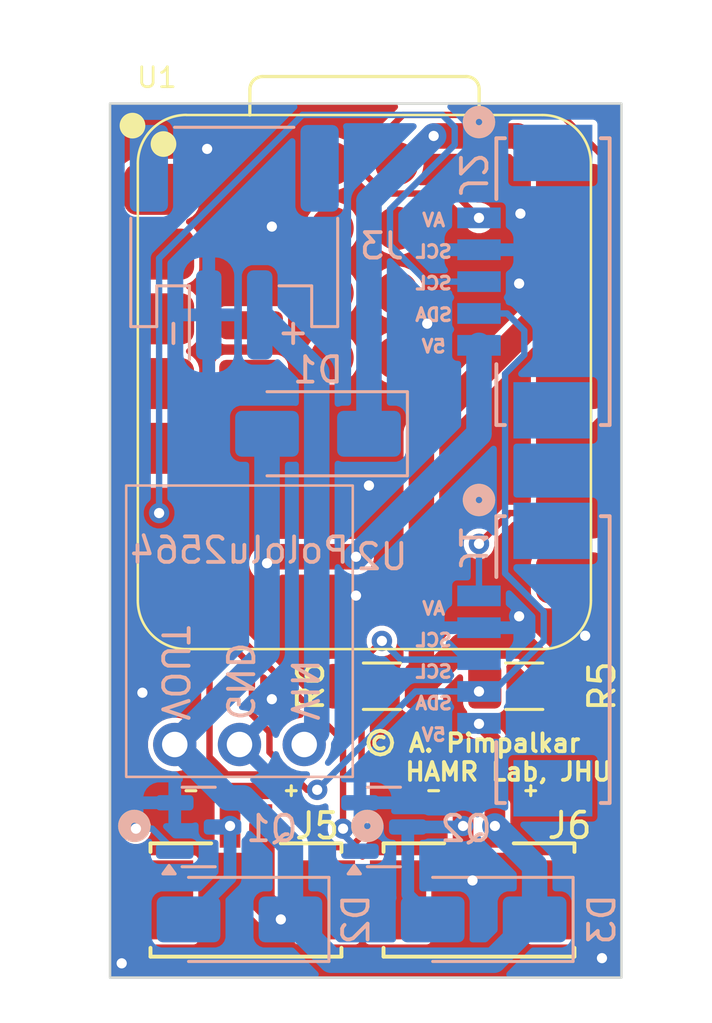
<source format=kicad_pcb>
(kicad_pcb (version 20241229) (generator "pcbnew") (generator_version "9.0")
  (layers (0 "F.Cu" signal) (2 "B.Cu" signal) (13 "F.Paste" user) (15 "B.Paste" user) (5 "F.SilkS" user "F.Silkscreen") (7 "B.SilkS" user "B.Silkscreen") (1 "F.Mask" user) (3 "B.Mask" user) (25 "Edge.Cuts" user))
  (net 0 "")
  (net 1 "5V")
  (net 2 "Net-(D3-A)")
  (net 3 "P1_A")
  (net 4 "GND")
  (net 5 "P2_A")
  (net 6 "V1")
  (net 7 "V2")
  (net 11 "SDA")
  (net 12 "SCL")
  (net 15 "3V3")
  (net 16 "Net-(D1-K)")
  (net 17 "Net-(D2-A)")
  (net 24 "BATTERY")
  (footprint "XIAO-ESP32S3:XIAO-ESP32S3-SMD" (layer "F.Cu") (at 40.212864 64.2785)
    (property "Reference" "U1" (at -9 -11.5 0) (layer "F.SilkS") (effects (font (size 0.78232 0.78232) (thickness 0.10668)) (justify left bottom)))
    (property "Value" "SeeeduinoXIAO")
    (fp_line (start -8.896364 8.56) (end -8.896364 -8.585) (stroke (width 0.1)) (layer "F.SilkS"))
    (fp_line (start -6.991364 10.465) (end 6.978636 10.465) (stroke (width 0.1)) (layer "F.SilkS"))
    (fp_line (start -4.501364 -10.49) (end -4.497636 -11.500272) (stroke (width 0.127)) (layer "F.SilkS"))
    (fp_line (start -3.997636 -12) (end 3.997636 -12) (stroke (width 0.127)) (layer "F.SilkS"))
    (fp_line (start 4.497636 -11.5) (end 4.497636 -10.49) (stroke (width 0.127)) (layer "F.SilkS"))
    (fp_line (start 6.978636 -10.49) (end -6.991364 -10.49) (stroke (width 0.1)) (layer "F.SilkS"))
    (fp_line (start 8.883636 8.56) (end 8.883636 -8.585) (stroke (width 0.1)) (layer "F.SilkS"))
    (fp_arc (start -8.896364 -8.589) (mid -8.338402 -9.936038) (end -6.991364 -10.494) (stroke (width 0.1)) (layer "F.SilkS"))
    (fp_arc (start -6.991364 10.465) (mid -8.338402 9.907038) (end -8.896364 8.56) (stroke (width 0.1)) (layer "F.SilkS"))
    (fp_arc (start -4.497636 -11.500272) (mid -4.351088 -11.853644) (end -3.997636 -12) (stroke (width 0.127)) (layer "F.SilkS"))
    (fp_arc (start 3.997636 -12) (mid 4.351189 -11.853553) (end 4.497636 -11.5) (stroke (width 0.127)) (layer "F.SilkS"))
    (fp_arc (start 6.978636 -10.49) (mid 8.325674 -9.932038) (end 8.883636 -8.585) (stroke (width 0.1)) (layer "F.SilkS"))
    (fp_arc (start 8.883636 8.56) (mid 8.325674 9.907038) (end 6.978636 10.465) (stroke (width 0.1)) (layer "F.SilkS"))
    (fp_circle (center -9.106364 -10.074) (end -9.106364 -10.328) (stroke (width 0.5)) (fill yes) (layer "F.SilkS"))
    (fp_circle (center -7.889364 -9.351) (end -7.889364 -9.605) (stroke (width 0.5)) (fill yes) (layer "F.SilkS"))
    (pad "1" smd roundrect (at -8.061364 -7.573) (size 2.75 2) (layers "F.Cu" "F.Mask" "F.Paste"))
    (pad "2" smd roundrect (at -8.061364 -5.033) (size 2.75 2) (layers "F.Cu" "F.Mask" "F.Paste"))
    (pad "3" smd roundrect (at -8.061364 -2.493) (size 2.75 2) (layers "F.Cu" "F.Mask" "F.Paste") (net 6 "V1"))
    (pad "4" smd roundrect (at -8.061364 0.047) (size 2.75 2) (layers "F.Cu" "F.Mask" "F.Paste") (net 7 "V2"))
    (pad "5" smd roundrect (at -8.061364 2.587) (size 2.75 2) (layers "F.Cu" "F.Mask" "F.Paste") (net 11 "SDA"))
    (pad "6" smd roundrect (at -8.061364 5.127) (size 2.75 2) (layers "F.Cu" "F.Mask" "F.Paste") (net 12 "SCL"))
    (pad "7" smd roundrect (at -8.061364 7.667) (size 2.75 2) (layers "F.Cu" "F.Mask" "F.Paste"))
    (pad "8" smd roundrect (at 8.103636 7.667) (size 2.75 2) (layers "F.Cu" "F.Mask" "F.Paste"))
    (pad "9" smd roundrect (at 8.103636 5.127) (size 2.75 2) (layers "F.Cu" "F.Mask" "F.Paste") (net 3 "P1_A"))
    (pad "10" smd roundrect (at 8.103636 2.587) (size 2.75 2) (layers "F.Cu" "F.Mask" "F.Paste") (net 5 "P2_A"))
    (pad "11" smd roundrect (at 8.103636 0.047) (size 2.75 2) (layers "F.Cu" "F.Mask" "F.Paste"))
    (pad "12" smd roundrect (at 8.103636 -2.493) (size 2.75 2) (layers "F.Cu" "F.Mask" "F.Paste") (net 15 "3V3"))
    (pad "13" smd roundrect (at 8.103636 -5.033) (size 2.75 2) (layers "F.Cu" "F.Mask" "F.Paste") (net 4 "GND"))
    (pad "14" smd roundrect (at 8.103636 -7.573) (size 2.75 2) (layers "F.Cu" "F.Mask" "F.Paste") (net 16 "Net-(D1-K)"))
    (pad "15" smd roundrect (at -4.451364 -0.335 180) (size 2.5 1.1) (layers "F.Cu" "F.Mask" "F.Paste"))
    (pad "16" smd roundrect (at -4.451364 -2.24 180) (size 2.5 1.1) (layers "F.Cu" "F.Mask" "F.Paste"))
    (pad "17" smd circle (at -1.276364 -8.585) (size 1.7 1.7) (layers "F.Cu" "F.Mask" "F.Paste"))
    (pad "18" smd circle (at 1.263636 -8.585) (size 1.7 1.7) (layers "F.Cu" "F.Mask" "F.Paste"))
    (pad "19" smd circle (at -1.276364 -6.045) (size 1.7 1.7) (layers "F.Cu" "F.Mask" "F.Paste"))
    (pad "20" smd circle (at 1.263636 -6.045) (size 1.7 1.7) (layers "F.Cu" "F.Mask" "F.Paste"))
    (pad "21" smd circle (at -1.276364 -3.505) (size 1.7 1.7) (layers "F.Cu" "F.Mask" "F.Paste"))
    (pad "22" smd circle (at 1.263636 -3.505) (size 1.7 1.7) (layers "F.Cu" "F.Mask" "F.Paste"))
    (pad "23" smd circle (at -1.276364 -0.965) (size 1.7 1.7) (layers "F.Cu" "F.Mask" "F.Paste"))
    (pad "24" smd circle (at 1.263636 -0.965) (size 1.7 1.7) (layers "F.Cu" "F.Mask" "F.Paste"))
  )
  (footprint "Pneumatactors:CONN_532610001-SD_02_MOL" (layer "F.Cu") (at 35.56 84.586501 180)
    (property "Reference" "J5" (at -2.794 2.9045 0) (layer "F.SilkS"))
    (property "Value" "Valve_1")
    (fp_line (start 3.7465 2.2225) (end 3.7465 1.886641) (stroke (width 0.1524)) (layer "F.SilkS"))
    (fp_line (start 3.7465 -1.877639) (end 3.7465 -2.2225) (stroke (width 0.1524)) (layer "F.SilkS"))
    (fp_line (start 3.7465 -2.2225) (end -3.7465 -2.2225) (stroke (width 0.1524)) (layer "F.SilkS"))
    (fp_line (start 1.36414 2.2225) (end 3.7465 2.2225) (stroke (width 0.1524)) (layer "F.SilkS"))
    (fp_line (start -3.7465 2.2225) (end -1.36414 2.2225) (stroke (width 0.1524)) (layer "F.SilkS"))
    (fp_line (start -3.7465 1.886641) (end -3.7465 2.2225) (stroke (width 0.1524)) (layer "F.SilkS"))
    (fp_line (start -3.7465 -2.2225) (end -3.7465 -1.877639) (stroke (width 0.1524)) (layer "F.SilkS"))
    (fp_circle (center 4.3815 2.9045) (end 4.7625 2.9045) (stroke (width 0.508)) (fill no) (layer "F.SilkS"))
    (fp_circle (center 4.3815 2.9045) (end 4.7625 2.9045) (stroke (width 0.508)) (fill no) (layer "B.SilkS"))
    (pad "1" smd rect (at 0.625 2.9045 180) (size 0.8128 1.7018) (layers "F.Cu" "F.Mask" "F.Paste") (net 17 "Net-(D2-A)"))
    (pad "2" smd rect (at -0.625 2.9045 180) (size 0.8128 1.7018) (layers "F.Cu" "F.Mask" "F.Paste") (net 1 "5V"))
    (pad "3" smd rect (at -3.175 0.004501 180) (size 2.2098 3.0988) (layers "F.Cu" "F.Mask" "F.Paste"))
    (pad "4" smd rect (at 3.175 0.004501 180) (size 2.2098 3.0988) (layers "F.Cu" "F.Mask" "F.Paste"))
  )
  (footprint "Resistor_SMD:R_1206_3216Metric_Pad1.30x1.75mm_HandSolder" (layer "F.Cu") (at 46.482 76.2)
    (property "Reference" "R5" (at 3.048 0 270) (layer "F.SilkS"))
    (property "Value" "10k")
    (fp_line (start -0.727064 -0.91) (end 0.727064 -0.91) (stroke (width 0.12)) (layer "F.SilkS"))
    (fp_line (start -0.727064 0.91) (end 0.727064 0.91) (stroke (width 0.12)) (layer "F.SilkS"))
    (pad "1" smd roundrect (at -1.55 0) (size 1.3 1.75) (layers "F.Cu" "F.Mask" "F.Paste") (roundrect_rratio 0.192308) (net 11 "SDA"))
    (pad "2" smd roundrect (at 1.55 0) (size 1.3 1.75) (layers "F.Cu" "F.Mask" "F.Paste") (roundrect_rratio 0.192308) (net 15 "3V3"))
  )
  (footprint "Resistor_SMD:R_1206_3216Metric_Pad1.30x1.75mm_HandSolder" (layer "F.Cu") (at 40.894 76.2)
    (property "Reference" "R6" (at -2.794 0 270) (layer "F.SilkS"))
    (property "Value" "10k")
    (fp_line (start -0.727064 -0.91) (end 0.727064 -0.91) (stroke (width 0.12)) (layer "F.SilkS"))
    (fp_line (start -0.727064 0.91) (end 0.727064 0.91) (stroke (width 0.12)) (layer "F.SilkS"))
    (pad "1" smd roundrect (at -1.55 0) (size 1.3 1.75) (layers "F.Cu" "F.Mask" "F.Paste") (roundrect_rratio 0.192308) (net 12 "SCL"))
    (pad "2" smd roundrect (at 1.55 0) (size 1.3 1.75) (layers "F.Cu" "F.Mask" "F.Paste") (roundrect_rratio 0.192308) (net 15 "3V3"))
  )
  (footprint "Pneumatactors:CONN_532610001-SD_02_MOL" (layer "F.Cu") (at 44.704 84.586501 180)
    (property "Reference" "J6" (at -3.556 2.921 0) (layer "F.SilkS"))
    (property "Value" "Valve_2")
    (fp_line (start 3.7465 2.2225) (end 3.7465 1.886641) (stroke (width 0.1524)) (layer "F.SilkS"))
    (fp_line (start 3.7465 -1.877639) (end 3.7465 -2.2225) (stroke (width 0.1524)) (layer "F.SilkS"))
    (fp_line (start 3.7465 -2.2225) (end -3.7465 -2.2225) (stroke (width 0.1524)) (layer "F.SilkS"))
    (fp_line (start 1.36414 2.2225) (end 3.7465 2.2225) (stroke (width 0.1524)) (layer "F.SilkS"))
    (fp_line (start -3.7465 2.2225) (end -1.36414 2.2225) (stroke (width 0.1524)) (layer "F.SilkS"))
    (fp_line (start -3.7465 1.886641) (end -3.7465 2.2225) (stroke (width 0.1524)) (layer "F.SilkS"))
    (fp_line (start -3.7465 -2.2225) (end -3.7465 -1.877639) (stroke (width 0.1524)) (layer "F.SilkS"))
    (fp_circle (center 4.3815 2.9045) (end 4.7625 2.9045) (stroke (width 0.508)) (fill no) (layer "F.SilkS"))
    (fp_circle (center 4.3815 2.9045) (end 4.7625 2.9045) (stroke (width 0.508)) (fill no) (layer "B.SilkS"))
    (pad "1" smd rect (at 0.625 2.9045 180) (size 0.8128 1.7018) (layers "F.Cu" "F.Mask" "F.Paste") (net 2 "Net-(D3-A)"))
    (pad "2" smd rect (at -0.625 2.9045 180) (size 0.8128 1.7018) (layers "F.Cu" "F.Mask" "F.Paste") (net 1 "5V"))
    (pad "3" smd rect (at -3.175 0.004501 180) (size 2.2098 3.0988) (layers "F.Cu" "F.Mask" "F.Paste"))
    (pad "4" smd rect (at 3.175 0.004501 180) (size 2.2098 3.0988) (layers "F.Cu" "F.Mask" "F.Paste"))
  )
  (footprint "Diode_SMD:D_SMA" (layer "B.Cu") (at 35.306 85.348501 180)
    (property "Reference" "D2" (at -4.572 0 270) (layer "B.SilkS") (effects (justify mirror)))
    (property "Value" "1N5819")
    (fp_line (start -3.51 1.65) (end 2 1.65) (stroke (width 0.12)) (layer "B.SilkS"))
    (fp_line (start -3.51 1.65) (end -3.51 -1.65) (stroke (width 0.12)) (layer "B.SilkS"))
    (fp_line (start -3.51 -1.65) (end 2 -1.65) (stroke (width 0.12)) (layer "B.SilkS"))
    (pad "1" smd roundrect (at -2 0 180) (size 2.5 1.8) (layers "B.Cu" "B.Mask" "B.Paste") (roundrect_rratio 0.1388888889) (net 1 "5V"))
    (pad "2" smd roundrect (at 2 0 180) (size 2.5 1.8) (layers "B.Cu" "B.Mask" "B.Paste") (roundrect_rratio 0.1388888889) (net 17 "Net-(D2-A)"))
  )
  (footprint "Diode_SMD:D_SMA" (layer "B.Cu") (at 38.386 66.294 180)
    (property "Reference" "D1" (at 0 2.5 0) (layer "B.SilkS") (effects (justify mirror)))
    (property "Value" "1N5819")
    (fp_line (start -3.51 1.65) (end 2 1.65) (stroke (width 0.12)) (layer "B.SilkS"))
    (fp_line (start -3.51 1.65) (end -3.51 -1.65) (stroke (width 0.12)) (layer "B.SilkS"))
    (fp_line (start -3.51 -1.65) (end 2 -1.65) (stroke (width 0.12)) (layer "B.SilkS"))
    (pad "1" smd roundrect (at -2 0 180) (size 2.5 1.8) (layers "B.Cu" "B.Mask" "B.Paste") (roundrect_rratio 0.1388888889) (net 16 "Net-(D1-K)"))
    (pad "2" smd roundrect (at 2 0 180) (size 2.5 1.8) (layers "B.Cu" "B.Mask" "B.Paste") (roundrect_rratio 0.1388888889) (net 1 "5V"))
  )
  (footprint "Connector_JST:JST_PH_S2B-PH-SM4-TB_1x02-1MP_P2.00mm_Horizontal" (layer "B.Cu") (at 35.1 58.78)
    (property "Reference" "J3" (at 5.794 0.148 180) (layer "B.SilkS") (effects (justify mirror)))
    (property "Value" "Conn_01x02_Pin")
    (fp_line (start -4.06 -0.94) (end -4.06 3.31) (stroke (width 0.12)) (layer "B.SilkS"))
    (fp_line (start -4.06 3.31) (end -3.04 3.31) (stroke (width 0.12)) (layer "B.SilkS"))
    (fp_line (start -3.04 1.71) (end -1.76 1.71) (stroke (width 0.12)) (layer "B.SilkS"))
    (fp_line (start -3.04 3.31) (end -3.04 1.71) (stroke (width 0.12)) (layer "B.SilkS"))
    (fp_line (start -2.34 -4.51) (end 2.34 -4.51) (stroke (width 0.12)) (layer "B.SilkS"))
    (fp_line (start -1.76 1.71) (end -1.76 4.6) (stroke (width 0.12)) (layer "B.SilkS"))
    (fp_line (start 3.04 1.71) (end 1.76 1.71) (stroke (width 0.12)) (layer "B.SilkS"))
    (fp_line (start 3.04 3.31) (end 3.04 1.71) (stroke (width 0.12)) (layer "B.SilkS"))
    (fp_line (start 4.06 -0.94) (end 4.06 3.31) (stroke (width 0.12)) (layer "B.SilkS"))
    (fp_line (start 4.06 3.31) (end 3.04 3.31) (stroke (width 0.12)) (layer "B.SilkS"))
    (pad "1" smd roundrect (at -1 2.85) (size 1 3.5) (layers "B.Cu" "B.Mask" "B.Paste") (net 4 "GND"))
    (pad "2" smd roundrect (at 1 2.85) (size 1 3.5) (layers "B.Cu" "B.Mask" "B.Paste") (net 24 "BATTERY"))
    (pad "MP" smd roundrect (at -3.35 -2.9) (size 1.5 3.4) (layers "B.Cu" "B.Mask" "B.Paste") (roundrect_rratio 0.166667))
    (pad "MP" smd roundrect (at 3.35 -2.9) (size 1.5 3.4) (layers "B.Cu" "B.Mask" "B.Paste") (roundrect_rratio 0.166667))
  )
  (footprint "Pneumatactors:CONN_532610001-SD_05_MOL" (layer "B.Cu") (at 47.6085 75.154 90)
    (property "Reference" "J1" (at 4.405 -3.1585 270) (layer "B.SilkS") (effects (justify mirror)))
    (property "Value" "532610571")
    (fp_circle (center 6.2611 -2.9045) (end 6.6421 -2.9045) (stroke (width 0.508)) (fill no) (layer "F.SilkS"))
    (fp_line (start 5.6261 -2.2225) (end 5.6261 -1.886641) (stroke (width 0.1524)) (layer "B.SilkS"))
    (fp_line (start 3.23914 -2.2225) (end 5.6261 -2.2225) (stroke (width 0.1524)) (layer "B.SilkS"))
    (fp_line (start -5.6261 -2.2225) (end -3.23914 -2.2225) (stroke (width 0.1524)) (layer "B.SilkS"))
    (fp_line (start -5.6261 -1.886641) (end -5.6261 -2.2225) (stroke (width 0.1524)) (layer "B.SilkS"))
    (fp_line (start 5.6261 1.877639) (end 5.6261 2.2225) (stroke (width 0.1524)) (layer "B.SilkS"))
    (fp_line (start 5.6261 2.2225) (end -5.6261 2.2225) (stroke (width 0.1524)) (layer "B.SilkS"))
    (fp_line (start -5.6261 2.2225) (end -5.6261 1.877639) (stroke (width 0.1524)) (layer "B.SilkS"))
    (fp_circle (center 6.2611 -2.9045) (end 6.6421 -2.9045) (stroke (width 0.508)) (fill no) (layer "B.SilkS"))
    (pad "1" smd rect (at 2.5 -2.9045 90) (size 0.8128 1.7018) (layers "B.Cu" "B.Mask" "B.Paste") (net 3 "P1_A"))
    (pad "2" smd rect (at 1.25 -2.9045 90) (size 0.8128 1.7018) (layers "B.Cu" "B.Mask" "B.Paste") (net 4 "GND"))
    (pad "3" smd rect (at 0 -2.9045 90) (size 0.8128 1.7018) (layers "B.Cu" "B.Mask" "B.Paste") (net 12 "SCL"))
    (pad "4" smd rect (at -1.25 -2.9045 90) (size 0.8128 1.7018) (layers "B.Cu" "B.Mask" "B.Paste") (net 11 "SDA"))
    (pad "5" smd rect (at -2.5 -2.9045 90) (size 0.8128 1.7018) (layers "B.Cu" "B.Mask" "B.Paste") (net 1 "5V"))
    (pad "6" smd rect (at -5.05 -0.004501 90) (size 2.2098 3.0988) (layers "B.Cu" "B.Mask" "B.Paste"))
    (pad "7" smd rect (at 5.05 -0.004501 90) (size 2.2098 3.0988) (layers "B.Cu" "B.Mask" "B.Paste"))
  )
  (footprint "Package_TO_SOT_SMD:SOT-23" (layer "B.Cu") (at 33.7035 81.722)
    (property "Reference" "Q1" (at 2.8725 0.066 0) (layer "B.SilkS") (effects (justify mirror)))
    (property "Value" "IRLML2060")
    (fp_line (start 0 -1.56) (end -0.65 -1.56) (stroke (width 0.12)) (layer "B.SilkS"))
    (fp_line (start 0 -1.56) (end 0.65 -1.56) (stroke (width 0.12)) (layer "B.SilkS"))
    (fp_line (start 0 1.56) (end -0.65 1.56) (stroke (width 0.12)) (layer "B.SilkS"))
    (fp_line (start 0 1.56) (end 0.65 1.56) (stroke (width 0.12)) (layer "B.SilkS"))
    (fp_poly (pts (xy -1.1625 1.51) (xy -1.4025 1.84) (xy -0.9225 1.84)) (stroke (width 0.12)) (fill yes) (layer "B.SilkS"))
    (pad "1" smd roundrect (at -0.9375 0.95) (size 1.475 0.6) (layers "B.Cu" "B.Mask" "B.Paste") (net 6 "V1"))
    (pad "2" smd roundrect (at -0.9375 -0.95) (size 1.475 0.6) (layers "B.Cu" "B.Mask" "B.Paste") (net 4 "GND"))
    (pad "3" smd roundrect (at 0.9375 0) (size 1.475 0.6) (layers "B.Cu" "B.Mask" "B.Paste") (net 17 "Net-(D2-A)"))
  )
  (footprint "Package_TO_SOT_SMD:SOT-23" (layer "B.Cu") (at 40.9725 81.722)
    (property "Reference" "Q2" (at 3.2235 0.066 0) (layer "B.SilkS") (effects (justify mirror)))
    (property "Value" "IRLML2060")
    (fp_line (start 0 -1.56) (end -0.65 -1.56) (stroke (width 0.12)) (layer "B.SilkS"))
    (fp_line (start 0 -1.56) (end 0.65 -1.56) (stroke (width 0.12)) (layer "B.SilkS"))
    (fp_line (start 0 1.56) (end -0.65 1.56) (stroke (width 0.12)) (layer "B.SilkS"))
    (fp_line (start 0 1.56) (end 0.65 1.56) (stroke (width 0.12)) (layer "B.SilkS"))
    (fp_poly (pts (xy -1.1625 1.51) (xy -1.4025 1.84) (xy -0.9225 1.84)) (stroke (width 0.12)) (fill yes) (layer "B.SilkS"))
    (pad "1" smd roundrect (at -0.9375 0.95) (size 1.475 0.6) (layers "B.Cu" "B.Mask" "B.Paste") (net 7 "V2"))
    (pad "2" smd roundrect (at -0.9375 -0.95) (size 1.475 0.6) (layers "B.Cu" "B.Mask" "B.Paste") (net 4 "GND"))
    (pad "3" smd roundrect (at 0.9375 0) (size 1.475 0.6) (layers "B.Cu" "B.Mask" "B.Paste") (net 2 "Net-(D3-A)"))
  )
  (footprint "Pneumatactors:CONN_532610001-SD_05_MOL" (layer "B.Cu") (at 47.6085 60.325 90)
    (property "Reference" "J2" (at 4.191 -3.1585 270) (layer "B.SilkS") (effects (justify mirror)))
    (property "Value" "532610571")
    (fp_circle (center 6.2611 -2.9045) (end 6.6421 -2.9045) (stroke (width 0.508)) (fill no) (layer "F.SilkS"))
    (fp_line (start 5.6261 -2.2225) (end 5.6261 -1.886641) (stroke (width 0.1524)) (layer "B.SilkS"))
    (fp_line (start 3.23914 -2.2225) (end 5.6261 -2.2225) (stroke (width 0.1524)) (layer "B.SilkS"))
    (fp_line (start -5.6261 -2.2225) (end -3.23914 -2.2225) (stroke (width 0.1524)) (layer "B.SilkS"))
    (fp_line (start -5.6261 -1.886641) (end -5.6261 -2.2225) (stroke (width 0.1524)) (layer "B.SilkS"))
    (fp_line (start 5.6261 1.877639) (end 5.6261 2.2225) (stroke (width 0.1524)) (layer "B.SilkS"))
    (fp_line (start 5.6261 2.2225) (end -5.6261 2.2225) (stroke (width 0.1524)) (layer "B.SilkS"))
    (fp_line (start -5.6261 2.2225) (end -5.6261 1.877639) (stroke (width 0.1524)) (layer "B.SilkS"))
    (fp_circle (center 6.2611 -2.9045) (end 6.6421 -2.9045) (stroke (width 0.508)) (fill no) (layer "B.SilkS"))
    (pad "1" smd rect (at 2.5 -2.9045 90) (size 0.8128 1.7018) (layers "B.Cu" "B.Mask" "B.Paste") (net 5 "P2_A"))
    (pad "2" smd rect (at 1.25 -2.9045 90) (size 0.8128 1.7018) (layers "B.Cu" "B.Mask" "B.Paste") (net 4 "GND"))
    (pad "3" smd rect (at 0 -2.9045 90) (size 0.8128 1.7018) (layers "B.Cu" "B.Mask" "B.Paste") (net 12 "SCL"))
    (pad "4" smd rect (at -1.25 -2.9045 90) (size 0.8128 1.7018) (layers "B.Cu" "B.Mask" "B.Paste") (net 11 "SDA"))
    (pad "5" smd rect (at -2.5 -2.9045 90) (size 0.8128 1.7018) (layers "B.Cu" "B.Mask" "B.Paste") (net 1 "5V"))
    (pad "6" smd rect (at -5.05 -0.004501 90) (size 2.2098 3.0988) (layers "B.Cu" "B.Mask" "B.Paste"))
    (pad "7" smd rect (at 5.05 -0.004501 90) (size 2.2098 3.0988) (layers "B.Cu" "B.Mask" "B.Paste"))
  )
  (footprint "Diode_SMD:D_SMA" (layer "B.Cu") (at 44.8875 85.348501 180)
    (property "Reference" "D3" (at -4.6425 0 270) (layer "B.SilkS") (effects (justify mirror)))
    (property "Value" "1N5819")
    (fp_line (start -3.51 1.65) (end 2 1.65) (stroke (width 0.12)) (layer "B.SilkS"))
    (fp_line (start -3.51 1.65) (end -3.51 -1.65) (stroke (width 0.12)) (layer "B.SilkS"))
    (fp_line (start -3.51 -1.65) (end 2 -1.65) (stroke (width 0.12)) (layer "B.SilkS"))
    (pad "1" smd roundrect (at -2 0 180) (size 2.5 1.8) (layers "B.Cu" "B.Mask" "B.Paste") (roundrect_rratio 0.1388888889) (net 1 "5V"))
    (pad "2" smd roundrect (at 2 0 180) (size 2.5 1.8) (layers "B.Cu" "B.Mask" "B.Paste") (roundrect_rratio 0.1388888889) (net 2 "Net-(D3-A)"))
  )
  (footprint "Pneumatactors:Pololu 2564 Step Up" (layer "B.Cu") (at 35.306 81.661 180)
    (property "Reference" "U2" (at -5.588 10.541 0) (layer "B.SilkS") (effects (justify mirror)))
    (property "Value" "~")
    (fp_rect (start -4.445 13.335) (end 4.445 1.905) (stroke (width 0.1)) (fill no) (layer "B.SilkS"))
    (fp_text user "VOUT" (at 2.54 4.025 270) (layer "B.SilkS") (effects (justify left mirror)))
    (fp_text user "Pololu2564" (at 0 10.795 0) (layer "B.SilkS") (effects (justify mirror)))
    (fp_text user "VIN" (at -2.54 4.025 270) (layer "B.SilkS") (effects (justify left mirror)))
    (fp_text user "GND" (at 0 4.025 270) (layer "B.SilkS") (effects (justify left mirror)))
    (pad "1" thru_hole circle (at -2.54 3.175 180) (size 1.7 1.7) (drill 1) (layers "*.Cu" "*.Mask") (net 24 "BATTERY"))
    (pad "2" thru_hole circle (at 0 3.175 180) (size 1.7 1.7) (drill 1) (layers "*.Cu" "*.Mask") (net 4 "GND"))
    (pad "3" thru_hole circle (at 2.54 3.175 180) (size 1.7 1.7) (drill 1) (layers "*.Cu" "*.Mask") (net 1 "5V"))
  )
  (gr_rect (start 30.226 53.34) (end 50.292 87.63) (stroke (width 0.1)) (fill no) (layer "Edge.Cuts"))
  (gr_text "-" (at 33.401 80.264 0) (layer "F.SilkS") (effects (font (size 0.5 0.5) (thickness 0.125))))
  (gr_text "+" (at 46.736 80.264 0) (layer "F.SilkS") (effects (font (size 0.5 0.5) (thickness 0.125))))
  (gr_text "-" (at 42.926 80.264 0) (layer "F.SilkS") (effects (font (size 0.5 0.5) (thickness 0.125))))
  (gr_text "+" (at 37.338 80.264 0) (layer "F.SilkS") (effects (font (size 0.5 0.5) (thickness 0.125))))
  (gr_text "© A. Pimpalkar\n   HAMR Lab, JHU" (at 40.132 78.994 0) (layer "F.SilkS") (effects (font (size 0.7 0.7) (thickness 0.15) (bold yes)) (justify left)))
  (gr_text "-" (at 32.639 62.357 90) (layer "B.SilkS") (effects (font (size 1 1)) (justify mirror)))
  (gr_text "AV" (at 42.926 57.912 0) (layer "B.SilkS") (effects (font (size 0.5 0.5) (thickness 0.125)) (justify mirror)))
  (gr_text "+" (at 37.338 62.357 90) (layer "B.SilkS") (effects (font (size 1 1)) (justify mirror)))
  (gr_text "5V" (at 42.926 78.105 0) (layer "B.SilkS") (effects (font (size 0.5 0.5) (thickness 0.125)) (justify mirror)))
  (gr_text "SCL" (at 42.926 74.39025 0) (layer "B.SilkS") (effects (font (size 0.5 0.5) (thickness 0.125)) (justify mirror)))
  (gr_text "5V" (at 42.926 62.865 0) (layer "B.SilkS") (effects (font (size 0.5 0.5) (thickness 0.125)) (justify mirror)))
  (gr_text "SCL" (at 42.926 59.15025 0) (layer "B.SilkS") (effects (font (size 0.5 0.5) (thickness 0.125)) (justify mirror)))
  (gr_text "AV" (at 42.926 73.152 0) (layer "B.SilkS") (effects (font (size 0.5 0.5) (thickness 0.125)) (justify mirror)))
  (gr_text "SCL" (at 42.926 75.6285 0) (layer "B.SilkS") (effects (font (size 0.5 0.5) (thickness 0.125)) (justify mirror)))
  (gr_text "SDA" (at 42.926 76.86675 0) (layer "B.SilkS") (effects (font (size 0.5 0.5) (thickness 0.125)) (justify mirror)))
  (gr_text "SCL" (at 42.926 60.3885 0) (layer "B.SilkS") (effects (font (size 0.5 0.5) (thickness 0.125)) (justify mirror)))
  (gr_text "SDA" (at 42.926 61.62675 0) (layer "B.SilkS") (effects (font (size 0.5 0.5) (thickness 0.125)) (justify mirror)))
  (segment (start 45.329 78.3) (end 44.704 77.675) (width 0.5) (layer "F.Cu") (net 1))
  (segment (start 36.185 81.682001) (end 36.185 84.604401) (width 1) (layer "F.Cu") (net 1))
  (segment (start 39.878 71.12) (end 36.64 71.12) (width 1) (layer "F.Cu") (net 1))
  (segment (start 36.64 71.12) (end 36.386 71.374) (width 1) (layer "F.Cu") (net 1))
  (segment (start 36.185 84.604401) (end 36.9291 85.348501) (width 1) (layer "F.Cu") (net 1))
  (segment (start 45.329 81.682001) (end 45.329 78.3) (width 0.5) (layer "F.Cu") (net 1))
  (via (at 36.386 71.374) (size 0.8) (drill 0.4) (layers "F.Cu" "B.Cu") (net 1))
  (via (at 39.878 71.12) (size 0.8) (drill 0.4) (layers "F.Cu" "B.Cu") (net 1))
  (via (at 45.329 81.682001) (size 0.8) (drill 0.4) (layers "F.Cu" "B.Cu") (net 1))
  (via (at 36.9291 85.348501) (size 0.8) (drill 0.4) (layers "F.Cu" "B.Cu") (net 1))
  (via (at 44.704 77.675) (size 0.8) (drill 0.4) (layers "F.Cu" "B.Cu") (net 1))
  (segment (start 34.861001 80.581001) (end 35.445153 80.581001) (width 1) (layer "B.Cu") (net 1))
  (segment (start 46.8875 83.240501) (end 45.329 81.682001) (width 1) (layer "B.Cu") (net 1))
  (segment (start 46.8875 85.348501) (end 46.8875 83.240501) (width 1) (layer "B.Cu") (net 1))
  (segment (start 32.766 78.486) (end 36.386 74.866) (width 1) (layer "B.Cu") (net 1))
  (segment (start 37.306 85.348501) (end 38.907 86.949501) (width 1) (layer "B.Cu") (net 1))
  (segment (start 35.445153 80.581001) (end 37.306 82.441848) (width 1) (layer "B.Cu") (net 1))
  (segment (start 45.2865 86.949501) (end 46.8875 85.348501) (width 1) (layer "B.Cu") (net 1))
  (segment (start 38.907 86.949501) (end 45.2865 86.949501) (width 1) (layer "B.Cu") (net 1))
  (segment (start 37.306 82.441848) (end 37.306 85.348501) (width 1) (layer "B.Cu") (net 1))
  (segment (start 36.386 71.374) (end 36.386 66.294) (width 1) (layer "B.Cu") (net 1))
  (segment (start 32.766 78.486) (end 34.861001 80.581001) (width 1) (layer "B.Cu") (net 1))
  (segment (start 36.386 74.866) (end 36.386 71.374) (width 1) (layer "B.Cu") (net 1))
  (segment (start 44.704 66.294) (end 39.878 71.12) (width 1) (layer "B.Cu") (net 1))
  (segment (start 44.704 62.825) (end 44.704 66.294) (width 1) (layer "B.Cu") (net 1))
  (via (at 44.079 81.682001) (size 0.8) (drill 0.4) (layers "F.Cu" "B.Cu") (net 2))
  (segment (start 41.91 81.722) (end 41.91 84.371001) (width 0.5) (layer "B.Cu") (net 2))
  (segment (start 41.91 84.371001) (end 42.8875 85.348501) (width 0.5) (layer "B.Cu") (net 2))
  (segment (start 41.91 81.722) (end 44.039001 81.722) (width 0.5) (layer "B.Cu") (net 2))
  (segment (start 44.039001 81.722) (end 44.079 81.682001) (width 0.5) (layer "B.Cu") (net 2))
  (segment (start 44.704 70.612) (end 45.9105 69.4055) (width 0.25) (layer "F.Cu") (net 3))
  (segment (start 45.9105 69.4055) (end 48.3165 69.4055) (width 0.25) (layer "F.Cu") (net 3))
  (via (at 44.704 70.612) (size 0.8) (drill 0.4) (layers "F.Cu" "B.Cu") (net 3))
  (segment (start 44.704 72.654) (end 44.704 70.612) (width 0.25) (layer "B.Cu") (net 3))
  (via (at 36.576 58.166) (size 0.8) (drill 0.4) (layers "F.Cu" "B.Cu") (net 4))
  (via (at 49.53 86.868) (size 0.8) (drill 0.4) (layers "F.Cu" "B.Cu") (net 4))
  (via (at 40.386 68.326) (size 0.8) (drill 0.4) (layers "F.Cu" "B.Cu") (net 4))
  (via (at 46.3296 57.658) (size 0.8) (drill 0.4) (layers "F.Cu" "B.Cu") (net 4))
  (via (at 46.2788 73.4568) (size 0.8) (drill 0.4) (layers "F.Cu" "B.Cu") (net 4))
  (via (at 30.6832 87.0712) (size 0.8) (drill 0.4) (layers "F.Cu" "B.Cu") (net 4))
  (via (at 39.878 72.644) (size 0.8) (drill 0.4) (layers "F.Cu" "B.Cu") (net 4))
  (via (at 34.036 55.118) (size 0.8) (drill 0.4) (layers "F.Cu" "B.Cu") (net 4))
  (via (at 42.672 61.976) (size 0.8) (drill 0.4) (layers "F.Cu" "B.Cu") (net 4))
  (via (at 46.2788 60.4012) (size 0.8) (drill 0.4) (layers "F.Cu" "B.Cu") (net 4))
  (via (at 31.496 76.454) (size 0.8) (drill 0.4) (layers "F.Cu" "B.Cu") (net 4))
  (via (at 36.576 76.708) (size 0.8) (drill 0.4) (layers "F.Cu" "B.Cu") (net 4))
  (via (at 48.8696 74.2188) (size 0.8) (drill 0.4) (layers "F.Cu" "B.Cu") (net 4))
  (via (at 44.45 83.82) (size 0.8) (drill 0.4) (layers "F.Cu" "B.Cu") (net 4))
  (segment (start 41.722884 53.784) (end 40.3005 55.206384) (width 0.25) (layer "F.Cu") (net 5))
  (segment (start 40.3005 55.206384) (end 40.3005 56.180616) (width 0.25) (layer "F.Cu") (net 5))
  (segment (start 43.7485 56.8695) (end 44.704 57.825) (width 0.25) (layer "F.Cu") (net 5))
  (segment (start 40.3005 56.180616) (end 40.989384 56.8695) (width 0.25) (layer "F.Cu") (net 5))
  (segment (start 48.326912 66.8655) (end 50.0175 65.174912) (width 0.25) (layer "F.Cu") (net 5))
  (segment (start 47.945412 53.784) (end 41.722884 53.784) (width 0.25) (layer "F.Cu") (net 5))
  (segment (start 40.989384 56.8695) (end 43.7485 56.8695) (width 0.25) (layer "F.Cu") (net 5))
  (segment (start 48.3165 66.8655) (end 48.326912 66.8655) (width 0.25) (layer "F.Cu") (net 5))
  (segment (start 50.0175 65.174912) (end 50.0175 55.856088) (width 0.25) (layer "F.Cu") (net 5))
  (segment (start 50.0175 55.856088) (end 47.945412 53.784) (width 0.25) (layer "F.Cu") (net 5))
  (via (at 44.704 57.825) (size 0.8) (drill 0.4) (layers "F.Cu" "B.Cu") (net 5))
  (segment (start 32.1515 61.7855) (end 32.141088 61.7855) (width 0.25) (layer "F.Cu") (net 6))
  (segment (start 30.4505 63.476088) (end 30.4505 80.9965) (width 0.25) (layer "F.Cu") (net 6))
  (segment (start 30.4505 80.9965) (end 31.242 81.788) (width 0.25) (layer "F.Cu") (net 6))
  (segment (start 32.141088 61.7855) (end 30.4505 63.476088) (width 0.25) (layer "F.Cu") (net 6))
  (via (at 31.242 81.788) (size 0.8) (drill 0.4) (layers "F.Cu" "B.Cu") (net 6))
  (segment (start 31.882 81.788) (end 32.766 82.672) (width 0.25) (layer "B.Cu") (net 6))
  (segment (start 31.242 81.788) (end 31.882 81.788) (width 0.25) (layer "B.Cu") (net 6))
  (segment (start 32.1515 64.3255) (end 33.5265 64.3255) (width 0.25) (layer "F.Cu") (net 7))
  (segment (start 33.782 64.581) (end 33.782 65.945588) (width 0.25) (layer "F.Cu") (net 7))
  (segment (start 34.741 69.34438) (end 35.032 69.63538) (width 0.25) (layer "F.Cu") (net 7))
  (segment (start 33.782 65.945588) (end 33.8525 66.016088) (width 0.25) (layer "F.Cu") (net 7))
  (segment (start 33.8525 66.55369) (end 34.741 67.44219) (width 0.25) (layer "F.Cu") (net 7))
  (segment (start 33.8525 66.016088) (end 33.8525 66.55369) (width 0.25) (layer "F.Cu") (net 7))
  (segment (start 34.741 67.44219) (end 34.741 69.34438) (width 0.25) (layer "F.Cu") (net 7))
  (segment (start 33.5265 64.3255) (end 33.782 64.581) (width 0.25) (layer "F.Cu") (net 7))
  (segment (start 39.37 78.346884) (end 39.37 81.788) (width 0.25) (layer "F.Cu") (net 7))
  (segment (start 35.032 69.63538) (end 35.032 74.008884) (width 0.25) (layer "F.Cu") (net 7))
  (segment (start 35.032 74.008884) (end 39.37 78.346884) (width 0.25) (layer "F.Cu") (net 7))
  (via (at 39.37 81.788) (size 0.8) (drill 0.4) (layers "F.Cu" "B.Cu") (net 7))
  (segment (start 39.37 81.788) (end 39.37 82.007) (width 0.25) (layer "B.Cu") (net 7))
  (segment (start 39.37 82.007) (end 40.035 82.672) (width 0.25) (layer "B.Cu") (net 7))
  (segment (start 34.581 69.82219) (end 34.581 74.195694) (width 0.25) (layer "F.Cu") (net 11))
  (segment (start 34.29 67.629) (end 34.29 69.53119) (width 0.25) (layer "F.Cu") (net 11))
  (segment (start 36.482 77.998884) (end 36.482 78.785116) (width 0.25) (layer "F.Cu") (net 11))
  (segment (start 35.793116 77.31) (end 36.482 77.998884) (width 0.25) (layer "F.Cu") (net 11))
  (segment (start 32.1515 66.8655) (end 33.5265 66.8655) (width 0.25) (layer "F.Cu") (net 11))
  (segment (start 37.960884 80.264) (end 38.354 80.264) (width 0.25) (layer "F.Cu") (net 11))
  (segment (start 35.793116 75.40781) (end 35.793116 77.31) (width 0.25) (layer "F.Cu") (net 11))
  (segment (start 34.29 69.53119) (end 34.581 69.82219) (width 0.25) (layer "F.Cu") (net 11))
  (segment (start 33.5265 66.8655) (end 34.29 67.629) (width 0.25) (layer "F.Cu") (net 11))
  (segment (start 36.482 78.785116) (end 37.960884 80.264) (width 0.25) (layer "F.Cu") (net 11))
  (segment (start 34.581 74.195694) (end 35.793116 75.40781) (width 0.25) (layer "F.Cu") (net 11))
  (via (at 44.704 76.404) (size 0.8) (drill 0.4) (layers "F.Cu" "B.Cu") (net 11))
  (via (at 38.354 80.264) (size 0.8) (drill 0.4) (layers "F.Cu" "B.Cu") (net 11))
  (segment (start 46.482 63.190699) (end 45.728599 63.9441) (width 0.25) (layer "B.Cu") (net 11))
  (segment (start 38.354 80.264) (end 42.214 76.404) (width 0.25) (layer "B.Cu") (net 11))
  (segment (start 45.728599 63.9441) (end 45.728599 71.769299) (width 0.25) (layer "B.Cu") (net 11))
  (segment (start 47.244 74.422) (end 45.262 76.404) (width 0.25) (layer "B.Cu") (net 11))
  (segment (start 44.704 61.575) (end 45.8049 61.575) (width 0.25) (layer "B.Cu") (net 11))
  (segment (start 42.214 76.404) (end 44.704 76.404) (width 0.25) (layer "B.Cu") (net 11))
  (segment (start 45.262 76.404) (end 44.704 76.404) (width 0.25) (layer "B.Cu") (net 11))
  (segment (start 45.728599 71.769299) (end 47.244 73.2847) (width 0.25) (layer "B.Cu") (net 11))
  (segment (start 46.482 62.2521) (end 46.482 63.190699) (width 0.25) (layer "B.Cu") (net 11))
  (segment (start 45.8049 61.575) (end 46.482 62.2521) (width 0.25) (layer "B.Cu") (net 11))
  (segment (start 47.244 73.2847) (end 47.244 74.422) (width 0.25) (layer "B.Cu") (net 11))
  (segment (start 34.818884 79.662) (end 36.21728 79.662) (width 0.25) (layer "F.Cu") (net 12))
  (segment (start 40.096 76.952) (end 39.344 76.2) (width 0.25) (layer "F.Cu") (net 12))
  (segment (start 36.21728 79.662) (end 39.06928 82.514) (width 0.25) (layer "F.Cu") (net 12))
  (segment (start 34.13 70.009) (end 34.13 78.973116) (width 0.25) (layer "F.Cu") (net 12))
  (segment (start 34.13 78.973116) (end 34.818884 79.662) (width 0.25) (layer "F.Cu") (net 12))
  (segment (start 40.096 82.08872) (end 40.096 76.952) (width 0.25) (layer "F.Cu") (net 12))
  (segment (start 33.5265 69.4055) (end 34.13 70.009) (width 0.25) (layer "F.Cu") (net 12))
  (segment (start 39.67072 82.514) (end 40.096 82.08872) (width 0.25) (layer "F.Cu") (net 12))
  (segment (start 39.06928 82.514) (end 39.67072 82.514) (width 0.25) (layer "F.Cu") (net 12))
  (segment (start 32.1515 69.4055) (end 33.5265 69.4055) (width 0.25) (layer "F.Cu") (net 12))
  (segment (start 39.344 75.972) (end 40.894 74.422) (width 0.25) (layer "F.Cu") (net 12))
  (segment (start 39.344 76.2) (end 39.344 75.972) (width 0.25) (layer "F.Cu") (net 12))
  (via (at 32.1515 69.4055) (size 0.8) (drill 0.4) (layers "F.Cu" "B.Cu") (net 12))
  (via (at 40.894 74.422) (size 0.8) (drill 0.4) (layers "F.Cu" "B.Cu") (net 12))
  (segment (start 43.752 54.95214) (end 43.752 54.26786) (width 0.25) (layer "B.Cu") (net 12))
  (segment (start 32.1515 59.406986) (end 32.1515 69.4055) (width 0.25) (layer "B.Cu") (net 12))
  (segment (start 44.166 75.154) (end 44.704 75.154) (width 0.25) (layer "B.Cu") (net 12))
  (segment (start 40.894 74.422) (end 41.626 75.154) (width 0.25) (layer "B.Cu") (net 12))
  (segment (start 43.26814 53.784) (end 37.774486 53.784) (width 0.25) (layer "B.Cu") (net 12))
  (segment (start 37.774486 53.784) (end 32.1515 59.406986) (width 0.25) (layer "B.Cu") (net 12))
  (segment (start 44.704 60.325) (end 42.6466 60.325) (width 0.25) (layer "B.Cu") (net 12))
  (segment (start 42.6466 60.325) (end 41.212 58.8904) (width 0.25) (layer "B.Cu") (net 12))
  (segment (start 41.212 58.8904) (end 41.212 57.49214) (width 0.25) (layer "B.Cu") (net 12))
  (segment (start 43.5271 74.5151) (end 44.166 75.154) (width 0.25) (layer "B.Cu") (net 12))
  (segment (start 41.212 57.49214) (end 43.752 54.95214) (width 0.25) (layer "B.Cu") (net 12))
  (segment (start 41.626 75.154) (end 44.704 75.154) (width 0.25) (layer "B.Cu") (net 12))
  (segment (start 44.704 60.325) (end 44.0447 60.325) (width 0.25) (layer "B.Cu") (net 12))
  (segment (start 43.752 54.26786) (end 43.26814 53.784) (width 0.25) (layer "B.Cu") (net 12))
  (segment (start 48.3165 61.7855) (end 46.9415 61.7855) (width 1) (layer "F.Cu") (net 15))
  (segment (start 44.02 74.624) (end 46.456 74.624) (width 1) (layer "F.Cu") (net 15))
  (segment (start 46.9415 61.7855) (end 42.444 66.283) (width 1) (layer "F.Cu") (net 15))
  (segment (start 46.456 74.624) (end 48.032 76.2) (width 1) (layer "F.Cu") (net 15))
  (segment (start 42.444 66.283) (end 42.444 76.2) (width 1) (layer "F.Cu") (net 15))
  (segment (start 42.444 76.2) (end 44.02 74.624) (width 1) (layer "F.Cu") (net 15))
  (segment (start 42.926 54.61) (end 46.221 54.61) (width 1) (layer "F.Cu") (net 16))
  (segment (start 46.221 54.61) (end 48.3165 56.7055) (width 1) (layer "F.Cu") (net 16))
  (via (at 42.926 54.61) (size 0.8) (drill 0.4) (layers "F.Cu" "B.Cu") (net 16))
  (segment (start 40.386 66.294) (end 40.386 57.15) (width 1) (layer "B.Cu") (net 16))
  (segment (start 40.386 57.15) (end 42.926 54.61) (width 1) (layer "B.Cu") (net 16))
  (via (at 34.935 81.682001) (size 0.8) (drill 0.4) (layers "F.Cu" "B.Cu") (net 17))
  (segment (start 34.935 81.682001) (end 34.935 83.719501) (width 0.5) (layer "B.Cu") (net 17))
  (segment (start 34.935 83.719501) (end 33.306 85.348501) (width 0.5) (layer "B.Cu") (net 17))
  (segment (start 38.337 63.867) (end 38.337 77.995) (width 1) (layer "B.Cu") (net 24))
  (segment (start 36.1 61.63) (end 38.337 63.867) (width 1) (layer "B.Cu") (net 24))
  (segment (start 38.337 77.995) (end 37.846 78.486) (width 1) (layer "B.Cu") (net 24))
  (zone (net 4) (net_name "GND") (layers "F.Cu" "B.Cu") (connect_pads (clearance 0.1778)) (min_thickness 0.25) (fill yes (thermal_gap 0.5) (thermal_bridge_width 0.5))
    (polygon (pts (xy 25.908 49.276) (xy 53.848 49.276) (xy 53.848 89.408) (xy 25.908 89.408)))
  )
)
</source>
